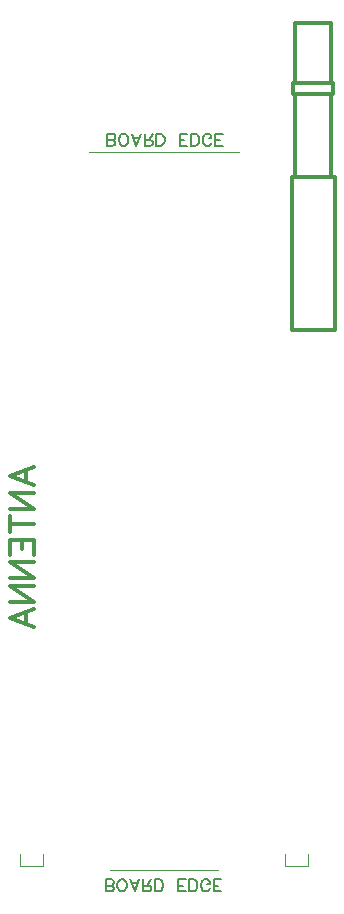
<source format=gbr>
G04 DipTrace 5.1.0.3*
G04 TopAssembly.gbr*
%MOIN*%
G04 #@! TF.FileFunction,Drawing,Top*
G04 #@! TF.Part,Single*
%ADD13C,0.004724*%
%ADD19C,0.011811*%
%ADD103C,0.006176*%
%ADD105C,0.012351*%
%FSLAX26Y26*%
G04*
G70*
G90*
G75*
G01*
G04 TopAssy*
%LPD*%
X1162161Y352759D2*
D13*
X799965D1*
X730260Y2746194D2*
X1232142D1*
X1384949Y366092D2*
X1459972D1*
X1384949Y405017D2*
Y367522D1*
X1459972D2*
Y405017D1*
X502429Y366092D2*
X577453D1*
X502429Y405017D2*
Y367522D1*
X577453D2*
Y405017D1*
X1537451Y2937450D2*
D19*
X1419340D1*
Y2662450D1*
X1537451D1*
Y2937450D1*
Y3173671D2*
X1419340D1*
Y2974950D1*
X1537451D1*
Y3173671D1*
X1549951Y2661761D2*
X1406201D1*
Y2149950D1*
X1549951D1*
Y2661761D1*
X1543701Y2974950D2*
X1412450D1*
Y2937450D1*
X1543701D1*
Y2974950D1*
X786396Y280399D2*
D103*
Y320591D1*
X803640D1*
X809388Y318645D1*
X811290Y316744D1*
X813191Y312942D1*
Y307194D1*
X811290Y303347D1*
X809388Y301446D1*
X803640Y299544D1*
X809388Y297599D1*
X811290Y295698D1*
X813191Y291895D1*
Y288048D1*
X811290Y284246D1*
X809388Y282300D1*
X803640Y280399D1*
X786396D1*
Y299544D2*
X803640D1*
X837038Y280399D2*
X833192Y282300D1*
X829389Y286147D1*
X827444Y289950D1*
X825542Y295698D1*
Y305292D1*
X827444Y310996D1*
X829389Y314843D1*
X833192Y318645D1*
X837038Y320591D1*
X844688D1*
X848490Y318645D1*
X852337Y314843D1*
X854238Y310996D1*
X856140Y305292D1*
Y295698D1*
X854238Y289950D1*
X852337Y286147D1*
X848490Y282300D1*
X844688Y280399D1*
X837038D1*
X899132Y320591D2*
X883790Y280399D1*
X868491Y320591D1*
X874239Y307194D2*
X893384D1*
X911484Y299544D2*
X928684D1*
X934432Y297599D1*
X936377Y295698D1*
X938278Y291895D1*
Y288048D1*
X936377Y284246D1*
X934432Y282300D1*
X928684Y280399D1*
X911484D1*
Y320591D1*
X924881Y299544D2*
X938278Y320591D1*
X950630Y280399D2*
Y320591D1*
X964027D1*
X969775Y318645D1*
X973622Y314843D1*
X975523Y310996D1*
X977424Y305292D1*
Y295698D1*
X975523Y289950D1*
X973622Y286147D1*
X969775Y282300D1*
X964027Y280399D1*
X950630D1*
X1053506D2*
X1028657D1*
Y320591D1*
X1053506D1*
X1028657Y299544D2*
X1043955D1*
X1065857Y280399D2*
Y320591D1*
X1079255D1*
X1085003Y318645D1*
X1088849Y314843D1*
X1090751Y310996D1*
X1092652Y305292D1*
Y295698D1*
X1090751Y289950D1*
X1088849Y286147D1*
X1085003Y282300D1*
X1079255Y280399D1*
X1065857D1*
X1133699Y289950D2*
X1131798Y286147D1*
X1127951Y282300D1*
X1124149Y280399D1*
X1116499D1*
X1112653Y282300D1*
X1108850Y286147D1*
X1106905Y289950D1*
X1105003Y295698D1*
Y305292D1*
X1106905Y310996D1*
X1108850Y314843D1*
X1112653Y318645D1*
X1116499Y320591D1*
X1124149D1*
X1127951Y318645D1*
X1131798Y314843D1*
X1133699Y310996D1*
Y305292D1*
X1124149D1*
X1170900Y280399D2*
X1146051D1*
Y320591D1*
X1170900D1*
X1146051Y299544D2*
X1161349D1*
X791745Y2764993D2*
Y2805185D1*
X808989D1*
X814737Y2803240D1*
X816639Y2801339D1*
X818540Y2797536D1*
Y2791788D1*
X816639Y2787941D1*
X814737Y2786040D1*
X808989Y2784139D1*
X814737Y2782193D1*
X816639Y2780292D1*
X818540Y2776490D1*
Y2772643D1*
X816639Y2768840D1*
X814737Y2766895D1*
X808989Y2764993D1*
X791745D1*
Y2784139D2*
X808989D1*
X842387Y2764993D2*
X838541Y2766895D1*
X834738Y2770741D1*
X832793Y2774544D1*
X830891Y2780292D1*
Y2789887D1*
X832793Y2795591D1*
X834738Y2799437D1*
X838541Y2803240D1*
X842387Y2805185D1*
X850037D1*
X853839Y2803240D1*
X857686Y2799437D1*
X859587Y2795591D1*
X861489Y2789887D1*
Y2780292D1*
X859587Y2774544D1*
X857686Y2770741D1*
X853839Y2766895D1*
X850037Y2764993D1*
X842387D1*
X904481Y2805185D2*
X889139Y2764993D1*
X873840Y2805185D1*
X879588Y2791788D2*
X898733D1*
X916833Y2784139D2*
X934033D1*
X939781Y2782193D1*
X941726Y2780292D1*
X943628Y2776490D1*
Y2772643D1*
X941726Y2768840D1*
X939781Y2766895D1*
X934033Y2764993D1*
X916833D1*
Y2805185D1*
X930230Y2784139D2*
X943628Y2805185D1*
X955979Y2764993D2*
Y2805185D1*
X969376D1*
X975124Y2803240D1*
X978971Y2799437D1*
X980872Y2795591D1*
X982774Y2789887D1*
Y2780292D1*
X980872Y2774544D1*
X978971Y2770741D1*
X975124Y2766895D1*
X969376Y2764993D1*
X955979D1*
X1058855D2*
X1034006D1*
Y2805185D1*
X1058855D1*
X1034006Y2784139D2*
X1049304D1*
X1071206Y2764993D2*
Y2805185D1*
X1084604D1*
X1090352Y2803240D1*
X1094198Y2799437D1*
X1096100Y2795591D1*
X1098001Y2789887D1*
Y2780292D1*
X1096100Y2774544D1*
X1094198Y2770741D1*
X1090352Y2766895D1*
X1084604Y2764993D1*
X1071206D1*
X1139048Y2774544D2*
X1137147Y2770741D1*
X1133300Y2766895D1*
X1129498Y2764993D1*
X1121848D1*
X1118002Y2766895D1*
X1114199Y2770741D1*
X1112254Y2774544D1*
X1110352Y2780292D1*
Y2789887D1*
X1112254Y2795591D1*
X1114199Y2799437D1*
X1118002Y2803240D1*
X1121848Y2805185D1*
X1129498D1*
X1133300Y2803240D1*
X1137147Y2799437D1*
X1139048Y2795591D1*
Y2789887D1*
X1129498D1*
X1176249Y2764993D2*
X1151400D1*
Y2805185D1*
X1176249D1*
X1151400Y2784139D2*
X1166698D1*
X548304Y1633568D2*
D105*
X467920Y1664253D1*
X548304Y1694851D1*
X521509Y1683354D2*
Y1645064D1*
X467920Y1555276D2*
X548304D1*
X467920Y1608865D1*
X548304D1*
X467920Y1503778D2*
X548304D1*
X467920Y1530573D2*
Y1476983D1*
Y1402582D2*
Y1452281D1*
X548304D1*
Y1402582D1*
X506211Y1452281D2*
Y1421683D1*
X467920Y1324290D2*
X548304D1*
X467920Y1377879D1*
X548304D1*
X467920Y1245998D2*
X548304D1*
X467920Y1299587D1*
X548304D1*
Y1160012D2*
X467920Y1190698D1*
X548304Y1221295D1*
X521509Y1209799D2*
Y1171508D1*
M02*

</source>
